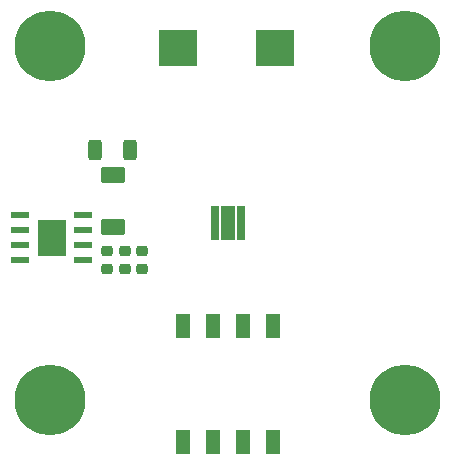
<source format=gts>
G04 #@! TF.GenerationSoftware,KiCad,Pcbnew,7.0.8-7.0.8~ubuntu22.04.1*
G04 #@! TF.CreationDate,2023-11-29T13:05:00-08:00*
G04 #@! TF.ProjectId,30 mm Cage Plate LED MCPCB,3330206d-6d20-4436-9167-6520506c6174,rev?*
G04 #@! TF.SameCoordinates,Original*
G04 #@! TF.FileFunction,Soldermask,Top*
G04 #@! TF.FilePolarity,Negative*
%FSLAX46Y46*%
G04 Gerber Fmt 4.6, Leading zero omitted, Abs format (unit mm)*
G04 Created by KiCad (PCBNEW 7.0.8-7.0.8~ubuntu22.04.1) date 2023-11-29 13:05:00*
%MOMM*%
%LPD*%
G01*
G04 APERTURE LIST*
G04 Aperture macros list*
%AMRoundRect*
0 Rectangle with rounded corners*
0 $1 Rounding radius*
0 $2 $3 $4 $5 $6 $7 $8 $9 X,Y pos of 4 corners*
0 Add a 4 corners polygon primitive as box body*
4,1,4,$2,$3,$4,$5,$6,$7,$8,$9,$2,$3,0*
0 Add four circle primitives for the rounded corners*
1,1,$1+$1,$2,$3*
1,1,$1+$1,$4,$5*
1,1,$1+$1,$6,$7*
1,1,$1+$1,$8,$9*
0 Add four rect primitives between the rounded corners*
20,1,$1+$1,$2,$3,$4,$5,0*
20,1,$1+$1,$4,$5,$6,$7,0*
20,1,$1+$1,$6,$7,$8,$9,0*
20,1,$1+$1,$8,$9,$2,$3,0*%
G04 Aperture macros list end*
%ADD10RoundRect,0.250000X-0.312500X-0.625000X0.312500X-0.625000X0.312500X0.625000X-0.312500X0.625000X0*%
%ADD11C,6.000000*%
%ADD12RoundRect,0.102000X0.510000X0.952500X-0.510000X0.952500X-0.510000X-0.952500X0.510000X-0.952500X0*%
%ADD13RoundRect,0.102000X0.250000X1.350000X-0.250000X1.350000X-0.250000X-1.350000X0.250000X-1.350000X0*%
%ADD14RoundRect,0.102000X0.500000X1.350000X-0.500000X1.350000X-0.500000X-1.350000X0.500000X-1.350000X0*%
%ADD15RoundRect,0.225000X0.250000X-0.225000X0.250000X0.225000X-0.250000X0.225000X-0.250000X-0.225000X0*%
%ADD16R,1.498600X0.558800*%
%ADD17R,2.413000X3.073400*%
%ADD18R,3.302000X3.098800*%
%ADD19RoundRect,0.250000X0.800000X-0.450000X0.800000X0.450000X-0.800000X0.450000X-0.800000X-0.450000X0*%
G04 APERTURE END LIST*
D10*
X108777500Y-73824950D03*
X111702500Y-73824950D03*
D11*
X135000000Y-95000000D03*
D12*
X123820000Y-98562500D03*
X123820000Y-88737500D03*
X121280000Y-98562500D03*
X121280000Y-88737500D03*
X118740000Y-98562500D03*
X118740000Y-88737500D03*
X116200000Y-98562500D03*
X116200000Y-88737500D03*
D13*
X118900000Y-80010000D03*
X121100000Y-80010000D03*
D14*
X120000000Y-80010000D03*
D15*
X111300000Y-83910000D03*
X111300000Y-82360000D03*
X112770000Y-83920000D03*
X112770000Y-82370000D03*
D11*
X105000000Y-65000000D03*
D16*
X102394900Y-79320050D03*
X102394900Y-80590050D03*
X102394900Y-81860050D03*
X102394900Y-83130050D03*
X107805100Y-83130050D03*
X107805100Y-81860050D03*
X107805100Y-80590050D03*
X107805100Y-79320050D03*
D17*
X105100000Y-81225050D03*
D15*
X109830000Y-83910050D03*
X109830000Y-82360050D03*
D18*
X124028999Y-65150000D03*
X115831001Y-65150000D03*
D11*
X105000000Y-95000000D03*
D19*
X110335100Y-80300050D03*
X110335100Y-75900050D03*
D11*
X135000000Y-65000000D03*
M02*

</source>
